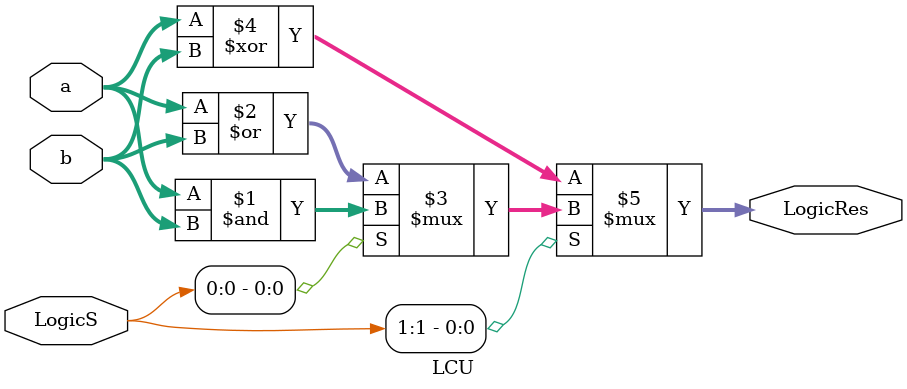
<source format=v>
module LCU(input wire[1:0] LogicS,
           input wire[31:0] a,b,
           output wire[31:0] LogicRes);

    assign LogicRes=LogicS[1]?(LogicS[0]?(a&b):(a|b)):(a^b);

endmodule
</source>
